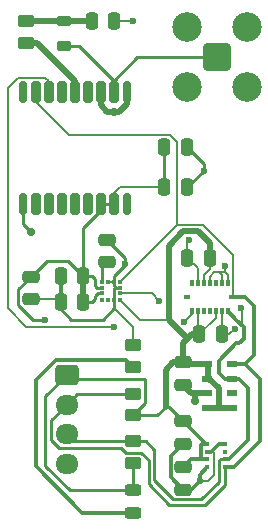
<source format=gbr>
%TF.GenerationSoftware,KiCad,Pcbnew,8.0.3*%
%TF.CreationDate,2024-09-04T20:20:35-04:00*%
%TF.ProjectId,SensorBoardNoMCU,53656e73-6f72-4426-9f61-72644e6f4d43,rev?*%
%TF.SameCoordinates,Original*%
%TF.FileFunction,Copper,L1,Top*%
%TF.FilePolarity,Positive*%
%FSLAX46Y46*%
G04 Gerber Fmt 4.6, Leading zero omitted, Abs format (unit mm)*
G04 Created by KiCad (PCBNEW 8.0.3) date 2024-09-04 20:20:35*
%MOMM*%
%LPD*%
G01*
G04 APERTURE LIST*
G04 Aperture macros list*
%AMRoundRect*
0 Rectangle with rounded corners*
0 $1 Rounding radius*
0 $2 $3 $4 $5 $6 $7 $8 $9 X,Y pos of 4 corners*
0 Add a 4 corners polygon primitive as box body*
4,1,4,$2,$3,$4,$5,$6,$7,$8,$9,$2,$3,0*
0 Add four circle primitives for the rounded corners*
1,1,$1+$1,$2,$3*
1,1,$1+$1,$4,$5*
1,1,$1+$1,$6,$7*
1,1,$1+$1,$8,$9*
0 Add four rect primitives between the rounded corners*
20,1,$1+$1,$2,$3,$4,$5,0*
20,1,$1+$1,$4,$5,$6,$7,0*
20,1,$1+$1,$6,$7,$8,$9,0*
20,1,$1+$1,$8,$9,$2,$3,0*%
G04 Aperture macros list end*
%TA.AperFunction,SMDPad,CuDef*%
%ADD10RoundRect,0.250000X-0.250000X-0.475000X0.250000X-0.475000X0.250000X0.475000X-0.250000X0.475000X0*%
%TD*%
%TA.AperFunction,SMDPad,CuDef*%
%ADD11RoundRect,0.243750X0.456250X-0.243750X0.456250X0.243750X-0.456250X0.243750X-0.456250X-0.243750X0*%
%TD*%
%TA.AperFunction,SMDPad,CuDef*%
%ADD12R,0.350000X0.590000*%
%TD*%
%TA.AperFunction,SMDPad,CuDef*%
%ADD13R,0.590000X0.350000*%
%TD*%
%TA.AperFunction,SMDPad,CuDef*%
%ADD14RoundRect,0.250000X-0.475000X0.250000X-0.475000X-0.250000X0.475000X-0.250000X0.475000X0.250000X0*%
%TD*%
%TA.AperFunction,SMDPad,CuDef*%
%ADD15RoundRect,0.250000X0.475000X-0.250000X0.475000X0.250000X-0.475000X0.250000X-0.475000X-0.250000X0*%
%TD*%
%TA.AperFunction,SMDPad,CuDef*%
%ADD16RoundRect,0.218750X-0.381250X0.218750X-0.381250X-0.218750X0.381250X-0.218750X0.381250X0.218750X0*%
%TD*%
%TA.AperFunction,SMDPad,CuDef*%
%ADD17RoundRect,0.250000X0.450000X-0.262500X0.450000X0.262500X-0.450000X0.262500X-0.450000X-0.262500X0*%
%TD*%
%TA.AperFunction,SMDPad,CuDef*%
%ADD18RoundRect,0.250000X0.250000X0.475000X-0.250000X0.475000X-0.250000X-0.475000X0.250000X-0.475000X0*%
%TD*%
%TA.AperFunction,SMDPad,CuDef*%
%ADD19R,0.950000X0.550000*%
%TD*%
%TA.AperFunction,ComponentPad*%
%ADD20RoundRect,0.250000X-0.725000X0.600000X-0.725000X-0.600000X0.725000X-0.600000X0.725000X0.600000X0*%
%TD*%
%TA.AperFunction,ComponentPad*%
%ADD21O,1.950000X1.700000*%
%TD*%
%TA.AperFunction,ComponentPad*%
%ADD22RoundRect,0.200100X-0.949900X0.949900X-0.949900X-0.949900X0.949900X-0.949900X0.949900X0.949900X0*%
%TD*%
%TA.AperFunction,ComponentPad*%
%ADD23C,2.500000*%
%TD*%
%TA.AperFunction,SMDPad,CuDef*%
%ADD24RoundRect,0.175000X0.175000X-0.725000X0.175000X0.725000X-0.175000X0.725000X-0.175000X-0.725000X0*%
%TD*%
%TA.AperFunction,SMDPad,CuDef*%
%ADD25RoundRect,0.200000X0.200000X-0.700000X0.200000X0.700000X-0.200000X0.700000X-0.200000X-0.700000X0*%
%TD*%
%TA.AperFunction,SMDPad,CuDef*%
%ADD26R,0.350000X0.350000*%
%TD*%
%TA.AperFunction,SMDPad,CuDef*%
%ADD27R,0.350000X0.375000*%
%TD*%
%TA.AperFunction,SMDPad,CuDef*%
%ADD28R,0.375000X0.350000*%
%TD*%
%TA.AperFunction,ViaPad*%
%ADD29C,0.600000*%
%TD*%
%TA.AperFunction,ViaPad*%
%ADD30C,0.700000*%
%TD*%
%TA.AperFunction,Conductor*%
%ADD31C,0.254000*%
%TD*%
%TA.AperFunction,Conductor*%
%ADD32C,0.200000*%
%TD*%
%TA.AperFunction,Conductor*%
%ADD33C,0.300000*%
%TD*%
%TA.AperFunction,Conductor*%
%ADD34C,0.500000*%
%TD*%
%TA.AperFunction,Conductor*%
%ADD35C,0.190000*%
%TD*%
%TA.AperFunction,Conductor*%
%ADD36C,0.272542*%
%TD*%
G04 APERTURE END LIST*
D10*
%TO.P,C3,1*%
%TO.N,+3.3V*%
X105625000Y-80250000D03*
%TO.P,C3,2*%
%TO.N,GND*%
X107525000Y-80250000D03*
%TD*%
D11*
%TO.P,D1,1,K*%
%TO.N,Net-(D1-K)*%
X100000000Y-95337500D03*
%TO.P,D1,2,A*%
%TO.N,+3.3V*%
X100000000Y-93462500D03*
%TD*%
D12*
%TO.P,U1,1,INT2*%
%TO.N,unconnected-(U1-INT2-Pad1)*%
X105025000Y-75920000D03*
%TO.P,U1,2,NC*%
%TO.N,GND*%
X105525000Y-75920000D03*
%TO.P,U1,3,VDD*%
%TO.N,+3.3V*%
X106025000Y-75920000D03*
%TO.P,U1,4,GNDA*%
%TO.N,GND*%
X106525000Y-75920000D03*
%TO.P,U1,5,CSB2*%
%TO.N,unconnected-(U1-CSB2-Pad5)*%
X107025000Y-75920000D03*
%TO.P,U1,6,GNDIO*%
%TO.N,GND*%
X107525000Y-75920000D03*
%TO.P,U1,7,PS*%
X108025000Y-75920000D03*
D13*
%TO.P,U1,8,SCL/SCK*%
%TO.N,SCL1*%
X108440000Y-77085000D03*
D12*
%TO.P,U1,9,SDA/SDI*%
%TO.N,SDA1*%
X108025000Y-78250000D03*
%TO.P,U1,10,SDO2*%
%TO.N,GND*%
X107525000Y-78250000D03*
%TO.P,U1,11,VDDIO*%
%TO.N,+3.3V*%
X107025000Y-78250000D03*
%TO.P,U1,12,INT3*%
%TO.N,unconnected-(U1-INT3-Pad12)*%
X106525000Y-78250000D03*
%TO.P,U1,13,INT4*%
%TO.N,unconnected-(U1-INT4-Pad13)*%
X106025000Y-78250000D03*
%TO.P,U1,14,CSB1*%
%TO.N,+3.3V*%
X105525000Y-78250000D03*
%TO.P,U1,15,SDO1*%
%TO.N,GND*%
X105025000Y-78250000D03*
D13*
%TO.P,U1,16,INT1*%
%TO.N,unconnected-(U1-INT1-Pad16)*%
X104610000Y-77085000D03*
%TD*%
D14*
%TO.P,C10,1*%
%TO.N,+3.3V*%
X104275000Y-82600000D03*
%TO.P,C10,2*%
%TO.N,GND*%
X104275000Y-84500000D03*
%TD*%
D15*
%TO.P,C9,1*%
%TO.N,Net-(U2-C1)*%
X97800000Y-74150000D03*
%TO.P,C9,2*%
%TO.N,GND*%
X97800000Y-72250000D03*
%TD*%
D16*
%TO.P,L1,1,1*%
%TO.N,/Antenna Power*%
X94200000Y-53737500D03*
%TO.P,L1,2,2*%
%TO.N,/RF_IN*%
X94200000Y-55862500D03*
%TD*%
D10*
%TO.P,C8,1*%
%TO.N,/Antenna Power*%
X96550000Y-53737500D03*
%TO.P,C8,2*%
%TO.N,GND*%
X98450000Y-53737500D03*
%TD*%
D17*
%TO.P,R2,1*%
%TO.N,Net-(D1-K)*%
X100000000Y-83000000D03*
%TO.P,R2,2*%
%TO.N,GND*%
X100000000Y-81175000D03*
%TD*%
D18*
%TO.P,C6,1*%
%TO.N,+3.3V*%
X95800000Y-77525000D03*
%TO.P,C6,2*%
%TO.N,GND*%
X93900000Y-77525000D03*
%TD*%
D17*
%TO.P,R3,1*%
%TO.N,+3.3V*%
X100000000Y-87112500D03*
%TO.P,R3,2*%
%TO.N,SCL1*%
X100000000Y-85287500D03*
%TD*%
D10*
%TO.P,C2,1*%
%TO.N,+3.3V*%
X102650000Y-67800000D03*
%TO.P,C2,2*%
%TO.N,GND*%
X104550000Y-67800000D03*
%TD*%
D19*
%TO.P,U4,1,VDD*%
%TO.N,+3.3V*%
X106275000Y-82750000D03*
%TO.P,U4,2,PS*%
X106275000Y-84000000D03*
%TO.P,U4,3,GND*%
%TO.N,GND*%
X106275000Y-85250000D03*
%TO.P,U4,4,CSB*%
%TO.N,+3.3V*%
X106275000Y-86500000D03*
%TO.P,U4,5,CSB*%
X108425000Y-86500000D03*
%TO.P,U4,6,SDO*%
%TO.N,unconnected-(U4-SDO-Pad6)*%
X108425000Y-85250000D03*
%TO.P,U4,7,SDI/SDA*%
%TO.N,SDA1*%
X108425000Y-84000000D03*
%TO.P,U4,8,SCLK*%
%TO.N,SCL1*%
X108425000Y-82750000D03*
%TD*%
D14*
%TO.P,C12,1*%
%TO.N,+3.3V*%
X104275000Y-87600000D03*
%TO.P,C12,2*%
%TO.N,GND*%
X104275000Y-89500000D03*
%TD*%
D20*
%TO.P,J1,1,Pin_1*%
%TO.N,+3.3V*%
X94400000Y-83700000D03*
D21*
%TO.P,J1,2,Pin_2*%
%TO.N,SCL1*%
X94400000Y-86200000D03*
%TO.P,J1,3,Pin_3*%
%TO.N,SDA1*%
X94400000Y-88700000D03*
%TO.P,J1,4,Pin_4*%
%TO.N,GND*%
X94400000Y-91200000D03*
%TD*%
D18*
%TO.P,C4,1*%
%TO.N,+3.3V*%
X106525000Y-73750000D03*
%TO.P,C4,2*%
%TO.N,GND*%
X104625000Y-73750000D03*
%TD*%
D17*
%TO.P,R4,1*%
%TO.N,+3.3V*%
X100000000Y-91112500D03*
%TO.P,R4,2*%
%TO.N,SDA1*%
X100000000Y-89287500D03*
%TD*%
D18*
%TO.P,C5,1*%
%TO.N,+3.3V*%
X95800000Y-75275000D03*
%TO.P,C5,2*%
%TO.N,GND*%
X93900000Y-75275000D03*
%TD*%
D22*
%TO.P,J2,1,In*%
%TO.N,/RF_IN*%
X107150000Y-56800000D03*
D23*
%TO.P,J2,2,Ext*%
%TO.N,GND*%
X109690000Y-54260000D03*
X104610000Y-54260000D03*
X109690000Y-59340000D03*
X104610000Y-59340000D03*
%TD*%
D24*
%TO.P,U3,1,GND*%
%TO.N,GND*%
X90700000Y-69200000D03*
D25*
%TO.P,U3,2,TXD*%
%TO.N,unconnected-(U3-TXD-Pad2)*%
X91800000Y-69200000D03*
%TO.P,U3,3,RXD*%
%TO.N,unconnected-(U3-RXD-Pad3)*%
X92900000Y-69200000D03*
%TO.P,U3,4,TIMEPULSE*%
%TO.N,unconnected-(U3-TIMEPULSE-Pad4)*%
X94000000Y-69200000D03*
%TO.P,U3,5,EXTINT*%
%TO.N,unconnected-(U3-EXTINT-Pad5)*%
X95100000Y-69200000D03*
%TO.P,U3,6,V_BCKP*%
%TO.N,unconnected-(U3-V_BCKP-Pad6)*%
X96200000Y-69200000D03*
%TO.P,U3,7,VCC_IO*%
%TO.N,+3.3V*%
X97300000Y-69200000D03*
%TO.P,U3,8,VCC*%
X98400000Y-69200000D03*
D24*
%TO.P,U3,9,~{RESET}*%
%TO.N,unconnected-(U3-~{RESET}-Pad9)*%
X99500000Y-69200000D03*
%TO.P,U3,10,GND*%
%TO.N,GND*%
X99500000Y-59700000D03*
D25*
%TO.P,U3,11,RF_IN*%
%TO.N,/RF_IN*%
X98400000Y-59700000D03*
%TO.P,U3,12,GND*%
%TO.N,GND*%
X97300000Y-59700000D03*
%TO.P,U3,13,LNA_EN*%
%TO.N,unconnected-(U3-LNA_EN-Pad13)*%
X96200000Y-59700000D03*
%TO.P,U3,14,VCC_RF*%
%TO.N,/VCC_RF*%
X95100000Y-59700000D03*
%TO.P,U3,15,VIO_SEL*%
%TO.N,unconnected-(U3-VIO_SEL-Pad15)*%
X94000000Y-59700000D03*
%TO.P,U3,16,SDA*%
%TO.N,SDA1*%
X92900000Y-59700000D03*
%TO.P,U3,17,SCL*%
%TO.N,SCL1*%
X91800000Y-59700000D03*
D24*
%TO.P,U3,18,~{SAFEBOOT}*%
%TO.N,unconnected-(U3-~{SAFEBOOT}-Pad18)*%
X90700000Y-59700000D03*
%TD*%
D14*
%TO.P,C7,1*%
%TO.N,+3.3V*%
X91350000Y-75375000D03*
%TO.P,C7,2*%
%TO.N,GND*%
X91350000Y-77275000D03*
%TD*%
D17*
%TO.P,R1,1*%
%TO.N,/VCC_RF*%
X90950000Y-55562500D03*
%TO.P,R1,2*%
%TO.N,/Antenna Power*%
X90950000Y-53737500D03*
%TD*%
D26*
%TO.P,U5,1,GND*%
%TO.N,GND*%
X107775000Y-89525000D03*
%TO.P,U5,2,~{CSB}*%
%TO.N,unconnected-(U5-~{CSB}-Pad2)*%
X107775000Y-90175000D03*
%TO.P,U5,3,SDI*%
%TO.N,SDA1*%
X107775000Y-90825000D03*
%TO.P,U5,4,SCK*%
%TO.N,SCL1*%
X107775000Y-91475000D03*
%TO.P,U5,5,SDO*%
%TO.N,GND*%
X106325000Y-91475000D03*
%TO.P,U5,6,VDDIO*%
%TO.N,+3.3V*%
X106325000Y-90825000D03*
%TO.P,U5,7,GND__1*%
%TO.N,GND*%
X106325000Y-90175000D03*
%TO.P,U5,8,VDD*%
%TO.N,+3.3V*%
X106325000Y-89525000D03*
%TD*%
D14*
%TO.P,C11,1*%
%TO.N,+3.3V*%
X104275000Y-91500000D03*
%TO.P,C11,2*%
%TO.N,GND*%
X104275000Y-93400000D03*
%TD*%
D27*
%TO.P,U2,1,SCL/SPC*%
%TO.N,SCL1*%
X98925000Y-75775000D03*
%TO.P,U2,2,GND*%
%TO.N,GND*%
X98425000Y-75775000D03*
%TO.P,U2,3,GND*%
X97925000Y-75775000D03*
%TO.P,U2,4,C1*%
%TO.N,Net-(U2-C1)*%
X97425000Y-75775000D03*
D28*
%TO.P,U2,5,Vdd*%
%TO.N,+3.3V*%
X97412500Y-76287500D03*
%TO.P,U2,6,Vdd_IO*%
X97412500Y-76787500D03*
D27*
%TO.P,U2,7,INT*%
%TO.N,unconnected-(U2-INT-Pad7)*%
X97425000Y-77300000D03*
%TO.P,U2,8,DRDY*%
%TO.N,unconnected-(U2-DRDY-Pad8)*%
X97925000Y-77300000D03*
%TO.P,U2,9,SDO/SA1*%
%TO.N,GND*%
X98425000Y-77300000D03*
%TO.P,U2,10,~{CS}*%
%TO.N,+3.3V*%
X98925000Y-77300000D03*
D28*
%TO.P,U2,11,SDA/SDI/SDO*%
%TO.N,SDA1*%
X98937500Y-76787500D03*
%TO.P,U2,12,GND*%
%TO.N,GND*%
X98937500Y-76287500D03*
%TD*%
D10*
%TO.P,C1,1*%
%TO.N,+3.3V*%
X102650000Y-64400000D03*
%TO.P,C1,2*%
%TO.N,GND*%
X104550000Y-64400000D03*
%TD*%
D29*
%TO.N,GND*%
X108640380Y-79784620D03*
X107775000Y-74500000D03*
X105668108Y-92668108D03*
X106000000Y-66400000D03*
D30*
X91400000Y-71600000D03*
D29*
X104305331Y-79219669D03*
X104775000Y-72250000D03*
D30*
X105275000Y-85875000D03*
D29*
X100000000Y-53737500D03*
X99300000Y-74275000D03*
D30*
X98400000Y-61400000D03*
D29*
%TO.N,+3.3V*%
X92600000Y-79000000D03*
%TO.N,SDA1*%
X98400000Y-79600000D03*
X109200000Y-78000000D03*
X102200000Y-77400000D03*
%TD*%
D31*
%TO.N,GND*%
X98425000Y-76337500D02*
X98475000Y-76287500D01*
D32*
X97925000Y-75775000D02*
X98425000Y-75775000D01*
X105025000Y-78250000D02*
X105025000Y-78500000D01*
D33*
X107775000Y-89525000D02*
X107300000Y-89525000D01*
D31*
X98475000Y-76287500D02*
X98800000Y-76287500D01*
D32*
X91350000Y-77275000D02*
X93650000Y-77275000D01*
D31*
X98425000Y-75775000D02*
X98425000Y-75275000D01*
D32*
X93650000Y-77275000D02*
X93900000Y-77525000D01*
X106846000Y-90246000D02*
X106846000Y-92154000D01*
D31*
X98800000Y-76287500D02*
X98600000Y-76287500D01*
D32*
X107525000Y-75920000D02*
X107525000Y-75250000D01*
D33*
X105668108Y-92131892D02*
X105668108Y-92668108D01*
D32*
X100000000Y-81175000D02*
X100000000Y-79600000D01*
D31*
X98425000Y-76112500D02*
X98425000Y-75775000D01*
D32*
X107775000Y-75000000D02*
X107775000Y-74500000D01*
D33*
X104936216Y-93400000D02*
X104275000Y-93400000D01*
D32*
X107275000Y-75000000D02*
X106875000Y-75000000D01*
D33*
X93900000Y-75275000D02*
X93900000Y-77525000D01*
D31*
X106000000Y-66400000D02*
X104600000Y-67800000D01*
X90700000Y-69200000D02*
X90700000Y-70900000D01*
D34*
X106375000Y-85250000D02*
X105275000Y-85250000D01*
D32*
X104625000Y-72400000D02*
X104775000Y-72250000D01*
X107525000Y-80250000D02*
X108175000Y-80250000D01*
D31*
X106000000Y-66400000D02*
X106000000Y-65850000D01*
X98425000Y-77400000D02*
X98425000Y-76337500D01*
D32*
X106775000Y-90175000D02*
X106846000Y-90246000D01*
D31*
X93900000Y-77127674D02*
X93900000Y-78100000D01*
D32*
X107775000Y-75000000D02*
X107275000Y-75000000D01*
D31*
X104600000Y-67800000D02*
X104550000Y-67800000D01*
D34*
X105275000Y-85250000D02*
X104925000Y-85250000D01*
D33*
X107050000Y-89775000D02*
X106650000Y-90175000D01*
D32*
X106846000Y-92154000D02*
X106331892Y-92668108D01*
X105025000Y-78500000D02*
X104305331Y-79219669D01*
D33*
X104275000Y-89500000D02*
X103200000Y-90575000D01*
X106650000Y-90175000D02*
X106325000Y-90175000D01*
D31*
X99300000Y-73750000D02*
X99300000Y-74275000D01*
D34*
X104925000Y-85250000D02*
X104200000Y-84525000D01*
D31*
X97450000Y-79000000D02*
X98425000Y-78025000D01*
X93900000Y-78100000D02*
X94800000Y-79000000D01*
X98600000Y-76287500D02*
X98425000Y-76112500D01*
X94800000Y-79000000D02*
X97450000Y-79000000D01*
X98425000Y-77300000D02*
X98425000Y-78025000D01*
D33*
X107300000Y-89525000D02*
X107050000Y-89775000D01*
D31*
X98425000Y-75275000D02*
X99300000Y-74400000D01*
X98475000Y-76287500D02*
X98937500Y-76287500D01*
D32*
X108025000Y-75920000D02*
X108025000Y-75250000D01*
X106331892Y-92668108D02*
X105668108Y-92668108D01*
D34*
X98825000Y-61400000D02*
X99500000Y-60725000D01*
X97300000Y-60850000D02*
X97850000Y-61400000D01*
D33*
X103200000Y-92325000D02*
X104275000Y-93400000D01*
D31*
X90700000Y-70900000D02*
X91400000Y-71600000D01*
D32*
X100000000Y-79600000D02*
X98425000Y-78025000D01*
D31*
X98937500Y-76287500D02*
X98800000Y-76287500D01*
D32*
X104625000Y-73750000D02*
X104625000Y-72400000D01*
X107525000Y-78250000D02*
X107525000Y-80250000D01*
X105525000Y-75920000D02*
X105525000Y-74650000D01*
X106875000Y-75000000D02*
X106525000Y-75350000D01*
X105525000Y-74650000D02*
X104625000Y-73750000D01*
X107525000Y-75250000D02*
X107275000Y-75000000D01*
D31*
X106000000Y-65850000D02*
X104550000Y-64400000D01*
D35*
X98450000Y-53737500D02*
X100000000Y-53737500D01*
D34*
X97300000Y-59950000D02*
X97300000Y-60850000D01*
X99500000Y-60725000D02*
X99500000Y-59950000D01*
D33*
X105668108Y-92668108D02*
X104936216Y-93400000D01*
X103200000Y-90575000D02*
X103200000Y-92325000D01*
X106325000Y-91475000D02*
X105668108Y-92131892D01*
D34*
X105275000Y-85875000D02*
X105275000Y-85250000D01*
X97850000Y-61400000D02*
X98825000Y-61400000D01*
D31*
X97800000Y-72250000D02*
X99300000Y-73750000D01*
D32*
X108025000Y-75250000D02*
X107775000Y-75000000D01*
D31*
X98425000Y-77300000D02*
X98425000Y-77400000D01*
X99300000Y-74400000D02*
X99300000Y-74275000D01*
D32*
X108175000Y-80250000D02*
X108640380Y-79784620D01*
X106525000Y-75350000D02*
X106525000Y-75920000D01*
D31*
%TO.N,+3.3V*%
X96800000Y-76112500D02*
X96800000Y-75525000D01*
D32*
X98900000Y-67800000D02*
X102650000Y-67800000D01*
D33*
X106325000Y-90825000D02*
X104950000Y-90825000D01*
D31*
X96800000Y-77275000D02*
X96550000Y-77525000D01*
X91527072Y-79000000D02*
X90298000Y-77770928D01*
D34*
X105962500Y-71937500D02*
X106525000Y-72500000D01*
X106475000Y-84000000D02*
X106275000Y-84000000D01*
D31*
X97300000Y-69200000D02*
X98400000Y-69200000D01*
D33*
X106325000Y-89525000D02*
X106200000Y-89525000D01*
D34*
X104525000Y-80500000D02*
X103025000Y-79000000D01*
D31*
X96550000Y-77525000D02*
X95800000Y-77525000D01*
D34*
X104275000Y-81000000D02*
X104275000Y-82600000D01*
D32*
X105525000Y-80150000D02*
X105625000Y-80250000D01*
D31*
X102650000Y-67800000D02*
X102650000Y-64400000D01*
X100000000Y-87112500D02*
X102062500Y-87112500D01*
D34*
X102775000Y-83250000D02*
X103400000Y-82625000D01*
X105625000Y-80250000D02*
X105025000Y-80250000D01*
D32*
X107025000Y-78250000D02*
X107025000Y-78850000D01*
X106525000Y-74750000D02*
X106525000Y-73750000D01*
D34*
X108525000Y-86500000D02*
X107275000Y-86500000D01*
D31*
X96550000Y-75275000D02*
X95800000Y-75275000D01*
X94525000Y-74000000D02*
X95800000Y-75275000D01*
X95800000Y-75275000D02*
X95800000Y-71250832D01*
X92600000Y-85500000D02*
X94400000Y-83700000D01*
X97412500Y-76287500D02*
X96975000Y-76287500D01*
D34*
X106375000Y-82750000D02*
X104325000Y-82750000D01*
X104325000Y-82750000D02*
X104200000Y-82625000D01*
D33*
X106325000Y-90825000D02*
X105850000Y-90825000D01*
D35*
X100625000Y-79000000D02*
X98925000Y-77300000D01*
D33*
X105875000Y-89525000D02*
X106200000Y-89525000D01*
D31*
X100000000Y-87112500D02*
X101027000Y-86085500D01*
X95800000Y-71250832D02*
X97300000Y-69750832D01*
X100000000Y-93462500D02*
X94662500Y-93462500D01*
X96800000Y-77025000D02*
X96800000Y-77275000D01*
D32*
X107025000Y-78850000D02*
X105625000Y-80250000D01*
D34*
X107275000Y-86500000D02*
X106375000Y-86500000D01*
X104775000Y-71500000D02*
X105525000Y-71500000D01*
X103025000Y-72750000D02*
X104275000Y-71500000D01*
D33*
X105850000Y-90825000D02*
X105800000Y-90775000D01*
D31*
X101027000Y-84027000D02*
X94727000Y-84027000D01*
X96800000Y-75525000D02*
X96550000Y-75275000D01*
D35*
X100625000Y-79000000D02*
X103025000Y-79000000D01*
D34*
X105025000Y-80250000D02*
X104775000Y-80500000D01*
X103400000Y-82625000D02*
X104200000Y-82625000D01*
D33*
X105800000Y-90775000D02*
X105800000Y-89600000D01*
D34*
X102775000Y-86400000D02*
X102775000Y-83250000D01*
D31*
X94662500Y-93462500D02*
X92600000Y-91400000D01*
D32*
X106025000Y-75920000D02*
X106025000Y-75250000D01*
D34*
X104275000Y-71500000D02*
X104775000Y-71500000D01*
X106375000Y-84000000D02*
X106375000Y-82750000D01*
D31*
X96975000Y-76287500D02*
X96800000Y-76112500D01*
D32*
X106025000Y-75250000D02*
X106525000Y-74750000D01*
D31*
X92600000Y-91400000D02*
X92600000Y-85500000D01*
X100000000Y-93462500D02*
X100000000Y-91112500D01*
X97412500Y-76787500D02*
X97037500Y-76787500D01*
D32*
X98400000Y-68300000D02*
X98900000Y-67800000D01*
D31*
X92600000Y-79000000D02*
X91527072Y-79000000D01*
X101027000Y-86085500D02*
X101027000Y-84027000D01*
D33*
X106200000Y-89525000D02*
X104275000Y-87600000D01*
X104950000Y-90825000D02*
X104275000Y-91500000D01*
D34*
X106525000Y-72500000D02*
X106525000Y-73750000D01*
D31*
X102775000Y-86400000D02*
X103075000Y-86400000D01*
D32*
X98400000Y-69200000D02*
X98400000Y-68300000D01*
D34*
X95800000Y-77525000D02*
X95800000Y-75275000D01*
X104775000Y-80500000D02*
X104275000Y-81000000D01*
D31*
X94727000Y-84027000D02*
X94400000Y-83700000D01*
D34*
X105525000Y-71500000D02*
X105962500Y-71937500D01*
X107275000Y-86500000D02*
X107275000Y-84800000D01*
D31*
X97037500Y-76787500D02*
X96800000Y-77025000D01*
X90298000Y-77770928D02*
X90298000Y-76427000D01*
X97300000Y-69750832D02*
X97300000Y-69200000D01*
X103075000Y-86400000D02*
X104275000Y-87600000D01*
X92725000Y-74000000D02*
X94525000Y-74000000D01*
D33*
X105800000Y-89600000D02*
X105875000Y-89525000D01*
D34*
X103025000Y-79000000D02*
X103025000Y-72750000D01*
X104775000Y-80500000D02*
X104525000Y-80500000D01*
D31*
X91350000Y-75375000D02*
X92725000Y-74000000D01*
D34*
X107275000Y-84800000D02*
X106475000Y-84000000D01*
D31*
X90298000Y-76427000D02*
X91350000Y-75375000D01*
D35*
X98895000Y-77275000D02*
X98900000Y-77275000D01*
D31*
X102062500Y-87112500D02*
X102775000Y-86400000D01*
D32*
X105525000Y-78250000D02*
X105525000Y-80150000D01*
D36*
%TO.N,/RF_IN*%
X100400000Y-56800000D02*
X107150000Y-56800000D01*
X98400000Y-59700000D02*
X98400000Y-58800000D01*
X98400000Y-58800000D02*
X100400000Y-56800000D01*
X98400000Y-58800000D02*
X95462500Y-55862500D01*
X95462500Y-55862500D02*
X94200000Y-55862500D01*
D34*
%TO.N,/Antenna Power*%
X94200000Y-53737500D02*
X96700000Y-53737500D01*
X90950000Y-53737500D02*
X94200000Y-53737500D01*
D31*
%TO.N,Net-(U2-C1)*%
X97425000Y-75775000D02*
X97425000Y-74525000D01*
X97425000Y-74525000D02*
X97800000Y-74150000D01*
D33*
%TO.N,Net-(D1-K)*%
X91800000Y-84119544D02*
X93519544Y-82400000D01*
X95737500Y-95337500D02*
X91800000Y-91400000D01*
X93519544Y-82400000D02*
X99400000Y-82400000D01*
X91800000Y-91400000D02*
X91800000Y-84119544D01*
X100000000Y-95337500D02*
X95737500Y-95337500D01*
X99400000Y-82400000D02*
X100000000Y-83000000D01*
D34*
%TO.N,/VCC_RF*%
X90950000Y-55562500D02*
X91862500Y-55562500D01*
X91862500Y-55562500D02*
X95100000Y-58800000D01*
X90950000Y-55562500D02*
X90900000Y-55612500D01*
X95100000Y-58800000D02*
X95100000Y-59700000D01*
D32*
%TO.N,SCL1*%
X103750000Y-70950000D02*
X105000000Y-70950000D01*
D31*
X93098000Y-89187529D02*
X93787471Y-89877000D01*
D32*
X103134744Y-63375000D02*
X103750000Y-63990256D01*
D33*
X109525000Y-82750000D02*
X110275000Y-82000000D01*
D31*
X100000000Y-85287500D02*
X95312500Y-85287500D01*
D32*
X105950000Y-70950000D02*
X108500000Y-73500000D01*
X91800000Y-59700000D02*
X91800000Y-60600000D01*
D31*
X94400000Y-86200000D02*
X93098000Y-87502000D01*
D33*
X109279239Y-77085000D02*
X108440000Y-77085000D01*
D32*
X108500000Y-73500000D02*
X108500000Y-77025000D01*
D31*
X101346000Y-90923072D02*
X101346000Y-92946000D01*
X93098000Y-87502000D02*
X93098000Y-89187529D01*
X95312500Y-85287500D02*
X94400000Y-86200000D01*
D33*
X108550000Y-91475000D02*
X110775000Y-89250000D01*
D31*
X93787471Y-89877000D02*
X99004000Y-89877000D01*
X101346000Y-92946000D02*
X103081000Y-94681000D01*
D33*
X110775000Y-84000000D02*
X109525000Y-82750000D01*
X110775000Y-89250000D02*
X110775000Y-84000000D01*
D32*
X108500000Y-77025000D02*
X108440000Y-77085000D01*
X105000000Y-70950000D02*
X105950000Y-70950000D01*
D31*
X100695928Y-90273000D02*
X101346000Y-90923072D01*
X107775000Y-93025000D02*
X107775000Y-91475000D01*
D33*
X107775000Y-91475000D02*
X108550000Y-91475000D01*
X110275000Y-82000000D02*
X110275000Y-77835000D01*
X109279239Y-77085000D02*
X109525000Y-77085000D01*
D32*
X98925000Y-75775000D02*
X103750000Y-70950000D01*
D33*
X110275000Y-77835000D02*
X109525000Y-77085000D01*
D31*
X99400000Y-90273000D02*
X100695928Y-90273000D01*
X106119000Y-94681000D02*
X107775000Y-93025000D01*
X103081000Y-94681000D02*
X106119000Y-94681000D01*
D33*
X109525000Y-82750000D02*
X108425000Y-82750000D01*
D32*
X103750000Y-63990256D02*
X103750000Y-70950000D01*
X94575000Y-63375000D02*
X103134744Y-63375000D01*
X91800000Y-60600000D02*
X94575000Y-63375000D01*
D31*
X99004000Y-89877000D02*
X99400000Y-90273000D01*
D33*
%TO.N,SDA1*%
X109425000Y-80600000D02*
X109425000Y-79650000D01*
D31*
X107273000Y-92727000D02*
X107273000Y-90973000D01*
D33*
X107275000Y-82500000D02*
X108775000Y-81000000D01*
D32*
X91000000Y-79600000D02*
X98400000Y-79600000D01*
X109287500Y-78087500D02*
X109200000Y-78000000D01*
D33*
X107775000Y-84000000D02*
X107275000Y-83500000D01*
D32*
X101587500Y-76787500D02*
X102200000Y-77400000D01*
D33*
X109775000Y-89225000D02*
X108175000Y-90825000D01*
X108775000Y-81000000D02*
X109025000Y-81000000D01*
D32*
X92600000Y-58500000D02*
X90323398Y-58500000D01*
X89400000Y-59423398D02*
X89400000Y-78000000D01*
D31*
X107421000Y-90825000D02*
X107775000Y-90825000D01*
D33*
X108175000Y-90825000D02*
X107775000Y-90825000D01*
D31*
X94987500Y-89287500D02*
X94400000Y-88700000D01*
X101087500Y-89287500D02*
X101800000Y-90000000D01*
X105773000Y-94227000D02*
X107273000Y-92727000D01*
D33*
X108425000Y-84000000D02*
X107775000Y-84000000D01*
D31*
X100000000Y-89287500D02*
X101087500Y-89287500D01*
D33*
X109775000Y-84750000D02*
X109775000Y-89225000D01*
D31*
X103427000Y-94227000D02*
X105773000Y-94227000D01*
D32*
X109425000Y-79650000D02*
X109287500Y-79512500D01*
D31*
X100000000Y-89287500D02*
X94987500Y-89287500D01*
D33*
X107275000Y-83500000D02*
X107275000Y-82500000D01*
D31*
X101800000Y-90000000D02*
X101800000Y-92600000D01*
D33*
X109025000Y-84000000D02*
X109775000Y-84750000D01*
X109425000Y-79650000D02*
X108775000Y-79000000D01*
X108050000Y-78275000D02*
X108050000Y-78262500D01*
D32*
X92900000Y-58800000D02*
X92600000Y-58500000D01*
D33*
X108775000Y-79000000D02*
X108050000Y-78275000D01*
D31*
X107273000Y-90973000D02*
X107421000Y-90825000D01*
D32*
X92900000Y-59700000D02*
X92900000Y-58800000D01*
D33*
X109025000Y-81000000D02*
X109425000Y-80600000D01*
D31*
X101800000Y-92600000D02*
X103427000Y-94227000D01*
D32*
X90323398Y-58500000D02*
X89400000Y-59423398D01*
D33*
X108425000Y-84000000D02*
X109025000Y-84000000D01*
D32*
X109287500Y-79512500D02*
X109287500Y-78087500D01*
X89400000Y-78000000D02*
X91000000Y-79600000D01*
X98937500Y-76787500D02*
X101587500Y-76787500D01*
%TD*%
M02*

</source>
